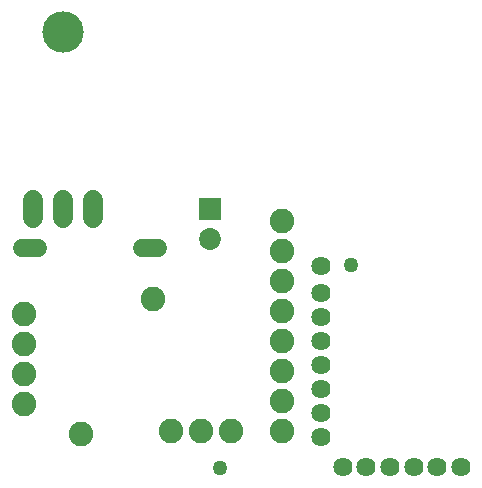
<source format=gbr>
G04 EAGLE Gerber RS-274X export*
G75*
%MOMM*%
%FSLAX34Y34*%
%LPD*%
%INSoldermask Top*%
%IPPOS*%
%AMOC8*
5,1,8,0,0,1.08239X$1,22.5*%
G01*
%ADD10C,1.625600*%
%ADD11C,1.524000*%
%ADD12C,2.082800*%
%ADD13C,1.727200*%
%ADD14C,3.505200*%
%ADD15C,1.854200*%
%ADD16R,1.854200X1.854200*%
%ADD17C,1.270000*%


D10*
X336080Y353060D03*
X356080Y353060D03*
X376080Y353060D03*
X396080Y353060D03*
X416080Y353060D03*
X436080Y353060D03*
D11*
X77724Y538480D02*
X64516Y538480D01*
X166116Y538480D02*
X179324Y538480D01*
D12*
X284480Y383540D03*
X284480Y408940D03*
X284480Y434340D03*
X284480Y459740D03*
X284480Y485140D03*
X284480Y510540D03*
X284480Y535940D03*
X284480Y561340D03*
D13*
X73660Y563880D02*
X73660Y579120D01*
X99060Y579120D02*
X99060Y563880D01*
X124460Y563880D02*
X124460Y579120D01*
D14*
X99060Y721360D03*
D15*
X223520Y546300D03*
D16*
X223520Y571300D03*
D12*
X190500Y383540D03*
X215900Y383540D03*
X241300Y383540D03*
X175260Y495300D03*
X114300Y381000D03*
X66040Y482600D03*
X66040Y457200D03*
X66040Y431800D03*
X66040Y406400D03*
D10*
X317500Y378460D03*
X317500Y398780D03*
X317500Y419100D03*
X317500Y439420D03*
X317500Y459740D03*
X317500Y480060D03*
X317500Y500380D03*
X317500Y523240D03*
D17*
X342900Y523875D03*
X231775Y352425D03*
M02*

</source>
